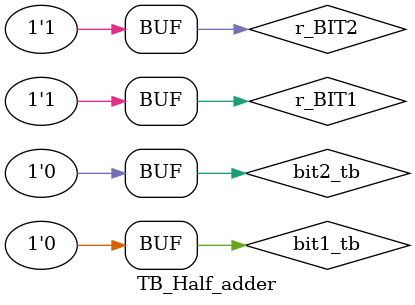
<source format=v>
module TB_Half_adder;

    reg bit1_tb = 0;
    reg bit2_tb = 0;
    wire sum_tb;
    wire carry_tb;

    Half_adder Half_adder_inst
    (
        .bit1_i(bit1_tb),
        .bit2_i(bit1_tb),
        .sum_o(sum_tb),
        .carry_o(carry_tb)
    );

    initial 
     begin
      r_BIT1 = 1'b0;
      r_BIT2 = 1'b0;
      #10;
      r_BIT1 = 1'b0;
      r_BIT2 = 1'b1;
      #10;
      r_BIT1 = 1'b1;
      r_BIT2 = 1'b0;
      #10;
      r_BIT1 = 1'b1;
      r_BIT2 = 1'b1;
      #10;
    end
endmodule
</source>
